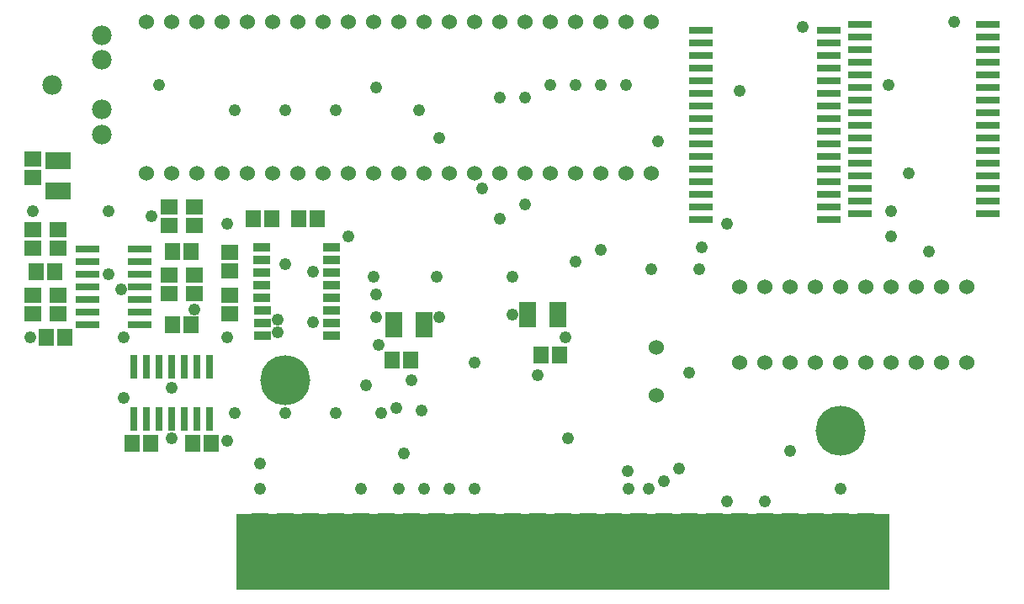
<source format=gts>
G75*
%MOIN*%
%OFA0B0*%
%FSLAX24Y24*%
%IPPOS*%
%LPD*%
%AMOC8*
5,1,8,0,0,1.08239X$1,22.5*
%
%ADD10R,0.0946X0.0316*%
%ADD11C,0.0600*%
%ADD12R,0.0592X0.0671*%
%ADD13R,0.0671X0.0592*%
%ADD14R,0.0671X0.0336*%
%ADD15R,0.1025X0.0710*%
%ADD16R,0.0710X0.1025*%
%ADD17R,0.0680X0.2980*%
%ADD18R,0.0680X0.2580*%
%ADD19R,2.5900X0.3000*%
%ADD20C,0.1980*%
%ADD21R,0.0316X0.0946*%
%ADD22C,0.0780*%
%ADD23C,0.0480*%
D10*
X004226Y011000D03*
X004226Y011500D03*
X004226Y012000D03*
X004226Y012500D03*
X004226Y013000D03*
X004226Y013500D03*
X004226Y014000D03*
X006274Y014000D03*
X006274Y013500D03*
X006274Y013000D03*
X006274Y012500D03*
X006274Y012000D03*
X006274Y011500D03*
X006274Y011000D03*
X028524Y015150D03*
X028524Y015650D03*
X028524Y016150D03*
X028524Y016650D03*
X028524Y017150D03*
X028524Y017650D03*
X028524Y018150D03*
X028524Y018650D03*
X028524Y019150D03*
X028524Y019650D03*
X028524Y020150D03*
X028524Y020650D03*
X028524Y021150D03*
X028524Y021650D03*
X028524Y022150D03*
X028524Y022650D03*
X033576Y022650D03*
X033576Y022150D03*
X033576Y021650D03*
X033576Y021150D03*
X033576Y020650D03*
X033576Y020150D03*
X033576Y019650D03*
X033576Y019150D03*
X033576Y018650D03*
X033576Y018150D03*
X033576Y017650D03*
X033576Y017150D03*
X033576Y016650D03*
X033576Y016150D03*
X033576Y015650D03*
X033576Y015150D03*
X034824Y015400D03*
X034824Y015900D03*
X034824Y016400D03*
X034824Y016900D03*
X034824Y017400D03*
X034824Y017900D03*
X034824Y018400D03*
X034824Y018900D03*
X034824Y019400D03*
X034824Y019900D03*
X034824Y020400D03*
X034824Y020900D03*
X034824Y021400D03*
X034824Y021900D03*
X034824Y022400D03*
X034824Y022900D03*
X039876Y022900D03*
X039876Y022400D03*
X039876Y021900D03*
X039876Y021400D03*
X039876Y020900D03*
X039876Y020400D03*
X039876Y019900D03*
X039876Y019400D03*
X039876Y018900D03*
X039876Y018400D03*
X039876Y017900D03*
X039876Y017400D03*
X039876Y016900D03*
X039876Y016400D03*
X039876Y015900D03*
X039876Y015400D03*
D11*
X039050Y012500D03*
X038050Y012500D03*
X037050Y012500D03*
X036050Y012500D03*
X035050Y012500D03*
X034050Y012500D03*
X033050Y012500D03*
X032050Y012500D03*
X031050Y012500D03*
X030050Y012500D03*
X026750Y010100D03*
X030050Y009500D03*
X031050Y009500D03*
X032050Y009500D03*
X033050Y009500D03*
X034050Y009500D03*
X035050Y009500D03*
X036050Y009500D03*
X037050Y009500D03*
X038050Y009500D03*
X039050Y009500D03*
X026750Y008200D03*
X026550Y017000D03*
X025550Y017000D03*
X024550Y017000D03*
X023550Y017000D03*
X022550Y017000D03*
X021550Y017000D03*
X020550Y017000D03*
X019550Y017000D03*
X018550Y017000D03*
X017550Y017000D03*
X016550Y017000D03*
X015550Y017000D03*
X014550Y017000D03*
X013550Y017000D03*
X012550Y017000D03*
X011550Y017000D03*
X010550Y017000D03*
X009550Y017000D03*
X008550Y017000D03*
X007550Y017000D03*
X006550Y017000D03*
X006550Y023000D03*
X007550Y023000D03*
X008550Y023000D03*
X009550Y023000D03*
X010550Y023000D03*
X011550Y023000D03*
X012550Y023000D03*
X013550Y023000D03*
X014550Y023000D03*
X015550Y023000D03*
X016550Y023000D03*
X017550Y023000D03*
X018550Y023000D03*
X019550Y023000D03*
X020550Y023000D03*
X021550Y023000D03*
X022550Y023000D03*
X023550Y023000D03*
X024550Y023000D03*
X025550Y023000D03*
X026550Y023000D03*
D12*
X005976Y006300D03*
X006724Y006300D03*
X008376Y006300D03*
X009124Y006300D03*
X016276Y009600D03*
X017024Y009600D03*
X022176Y009800D03*
X022924Y009800D03*
X013324Y015200D03*
X012576Y015200D03*
X011524Y015200D03*
X010776Y015200D03*
X008324Y013900D03*
X007576Y013900D03*
X002924Y013100D03*
X002176Y013100D03*
X002576Y010500D03*
X003324Y010500D03*
X007576Y011000D03*
X008324Y011000D03*
D13*
X009850Y011426D03*
X009850Y012174D03*
X009850Y013126D03*
X009850Y013874D03*
X008450Y012974D03*
X007450Y012974D03*
X007450Y012226D03*
X008450Y012226D03*
X008450Y014926D03*
X007450Y014926D03*
X007450Y015674D03*
X008450Y015674D03*
X003050Y014774D03*
X003050Y014026D03*
X002050Y014026D03*
X002050Y014774D03*
X002050Y016826D03*
X002050Y017574D03*
X002050Y012174D03*
X003050Y012174D03*
X003050Y011426D03*
X002050Y011426D03*
D14*
X011129Y011579D03*
X011125Y012079D03*
X011125Y012579D03*
X011125Y013079D03*
X011121Y013579D03*
X011121Y014079D03*
X013885Y014079D03*
X013885Y013579D03*
X013889Y013079D03*
X013889Y012579D03*
X013889Y012079D03*
X013893Y011579D03*
X013889Y011079D03*
X013889Y010579D03*
X011129Y010579D03*
X011129Y011079D03*
D15*
X003050Y016309D03*
X003050Y017491D03*
D16*
X016359Y011000D03*
X017541Y011000D03*
X021659Y011400D03*
X022841Y011400D03*
D17*
X023050Y002050D03*
X024050Y002050D03*
X025050Y002050D03*
X026050Y002050D03*
X027050Y002050D03*
X028050Y002050D03*
X029050Y002050D03*
X030050Y002050D03*
X031050Y002050D03*
X032050Y002050D03*
X033050Y002050D03*
X034050Y002050D03*
X035050Y002050D03*
X022050Y002050D03*
X021050Y002050D03*
X020050Y002050D03*
X019050Y002050D03*
X018050Y002050D03*
X017050Y002050D03*
X016050Y002050D03*
X015050Y002050D03*
X013050Y002050D03*
X012050Y002050D03*
X011050Y002050D03*
D18*
X014050Y002250D03*
D19*
X023050Y002000D03*
D20*
X034050Y006800D03*
X012050Y008800D03*
D21*
X009050Y009324D03*
X008550Y009324D03*
X008050Y009324D03*
X007550Y009324D03*
X007050Y009324D03*
X006550Y009324D03*
X006050Y009324D03*
X006050Y007276D03*
X006550Y007276D03*
X007050Y007276D03*
X007550Y007276D03*
X008050Y007276D03*
X008550Y007276D03*
X009050Y007276D03*
D22*
X004790Y018531D03*
X004790Y019516D03*
X002822Y020500D03*
X004790Y021484D03*
X004790Y022469D03*
D23*
X007050Y020500D03*
X010050Y019500D03*
X012050Y019500D03*
X014050Y019500D03*
X015650Y020400D03*
X017350Y019500D03*
X018150Y018400D03*
X020550Y020000D03*
X021550Y020000D03*
X022550Y020500D03*
X023550Y020500D03*
X024550Y020500D03*
X025550Y020500D03*
X026800Y018250D03*
X030050Y020250D03*
X032550Y022800D03*
X035950Y020500D03*
X038550Y023000D03*
X036750Y017000D03*
X036050Y015500D03*
X036050Y014500D03*
X037550Y013900D03*
X029550Y015000D03*
X028550Y014050D03*
X028450Y013200D03*
X026550Y013200D03*
X024550Y013950D03*
X023550Y013500D03*
X021050Y012900D03*
X021050Y011400D03*
X023150Y010500D03*
X022050Y009000D03*
X019550Y009500D03*
X017050Y008800D03*
X016450Y007700D03*
X015850Y007500D03*
X017450Y007600D03*
X015250Y008600D03*
X014050Y007500D03*
X012050Y007500D03*
X010050Y007500D03*
X009750Y006400D03*
X011050Y005500D03*
X011050Y004500D03*
X015050Y004500D03*
X016550Y004500D03*
X017550Y004500D03*
X018550Y004500D03*
X019550Y004500D03*
X016750Y005900D03*
X023250Y006500D03*
X025600Y005200D03*
X025650Y004500D03*
X026450Y004500D03*
X027050Y004800D03*
X027650Y005300D03*
X029550Y004000D03*
X031050Y004000D03*
X034050Y004500D03*
X032050Y006000D03*
X028050Y009100D03*
X018150Y011300D03*
X015750Y010200D03*
X015650Y011300D03*
X015650Y012200D03*
X015550Y012900D03*
X013150Y013100D03*
X012050Y013400D03*
X014550Y014500D03*
X018050Y012900D03*
X020550Y015200D03*
X021550Y015750D03*
X019850Y016400D03*
X011750Y011200D03*
X011750Y010700D03*
X013150Y011100D03*
X009750Y010500D03*
X008450Y011600D03*
X005650Y010500D03*
X005550Y012400D03*
X005050Y013000D03*
X006750Y015300D03*
X005050Y015500D03*
X002050Y015500D03*
X009750Y015000D03*
X001950Y010500D03*
X005650Y008100D03*
X007550Y008500D03*
X007550Y006500D03*
M02*

</source>
